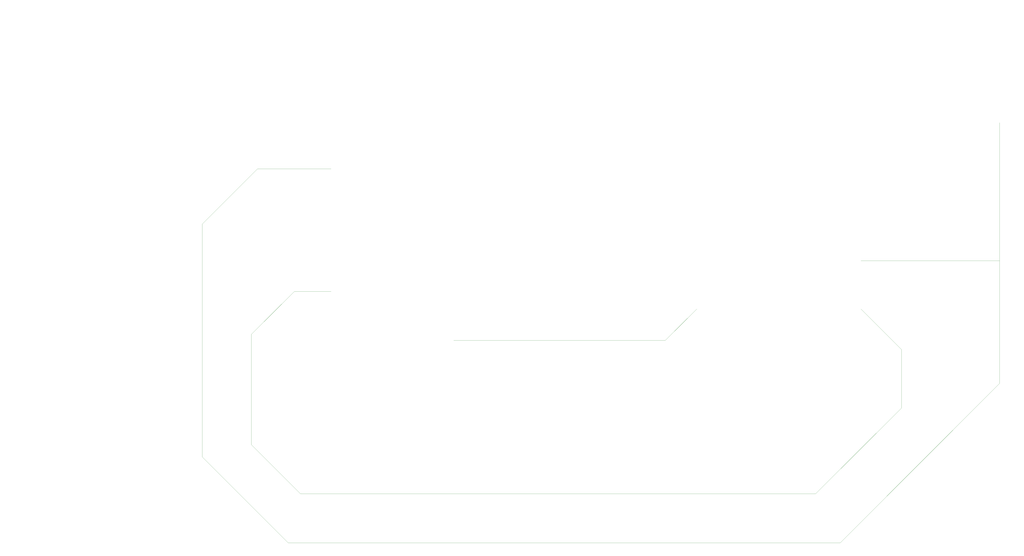
<source format=gbr>
G04 #@! TF.FileFunction,Copper,L2,Bot,Signal*
%FSLAX46Y46*%
D10*
D11*
X140081000Y-102997000D03*
X140081000Y-100457000D03*
X140081000Y-105537000D03*
X137541000Y-101981000D03*
X137541000Y-104521000D03*
X137541000Y-107061000D03*
D12*
X131191000Y-108759000D03*
X131191000Y-98759000D03*
D13*
X145112000Y-102870000D03*
X145112000Y-103886000D03*
X148512000Y-102886000D03*
X148512000Y-103886000D03*
X148512000Y-104886000D03*
X145112000Y-104886000D03*
D14*
X146812000Y-103886000D03*
D15*
X151384000Y-99126000D03*
X151384000Y-101026000D03*
D16*
X148512000Y-103886000D02*
X151384000Y-103886000D01*
X151384000Y-103886000D02*
X151130000Y-103886000D01*
X151130000Y-103886000D02*
X151384000Y-103886000D01*
X137541000Y-101981000D02*
X136017000Y-101981000D01*
X151384000Y-106426000D02*
X151384000Y-103886000D01*
X151384000Y-103886000D02*
X151384000Y-101026000D01*
X148082000Y-109728000D02*
X151384000Y-106426000D01*
X136652000Y-109728000D02*
X148082000Y-109728000D01*
X134874000Y-107950000D02*
X136652000Y-109728000D01*
X134874000Y-103124000D02*
X134874000Y-107950000D01*
X136017000Y-101981000D02*
X134874000Y-103124000D01*
X137541000Y-101981000D02*
X137033000Y-101981000D01*
X140081000Y-105537000D02*
X144461000Y-105537000D01*
X144461000Y-105537000D02*
X145112000Y-104886000D01*
X137541000Y-104521000D02*
X136779000Y-104521000D01*
X136779000Y-104521000D02*
X135890000Y-105410000D01*
X135890000Y-105410000D02*
X135890000Y-107696000D01*
X135890000Y-107696000D02*
X136906000Y-108712000D01*
X136906000Y-108712000D02*
X147574000Y-108712000D01*
X147574000Y-108712000D02*
X149352000Y-106934000D01*
X149352000Y-106934000D02*
X149352000Y-105726000D01*
X149352000Y-105726000D02*
X148512000Y-104886000D01*

</source>
